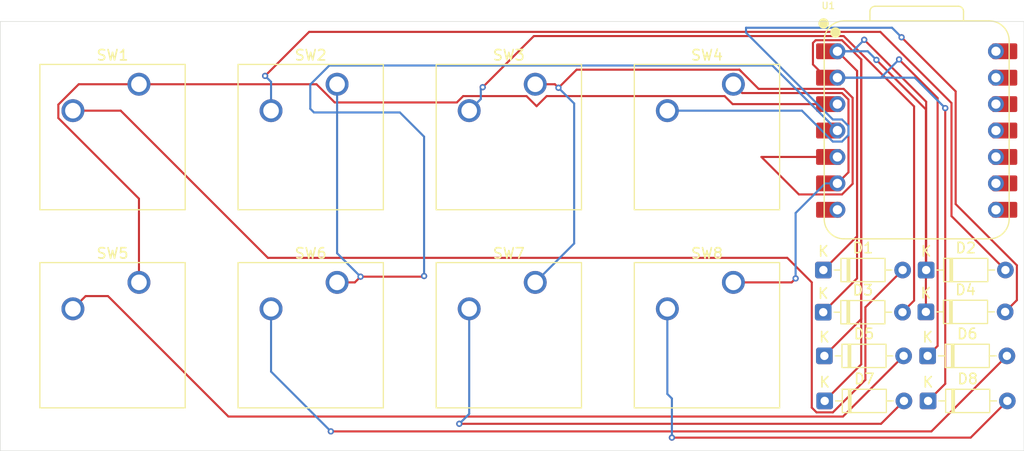
<source format=kicad_pcb>
(kicad_pcb (version 20241229) (generator "pcbnew") (generator_version "9.0")
  (layers (0 "F.Cu" signal) (2 "B.Cu" signal) (13 "F.Paste" user) (15 "B.Paste" user) (5 "F.SilkS" user "F.Silkscreen") (7 "B.SilkS" user "B.Silkscreen") (1 "F.Mask" user) (3 "B.Mask" user) (25 "Edge.Cuts" user))
  (net 0 "")
  (net 1 "Net-(D1-K)")
  (net 2 "Net-(D2-A)")
  (net 3 "Net-(D3-A)")
  (net 4 "Net-(D4-A)")
  (net 5 "Net-(D5-K)")
  (net 6 "Net-(D8-A)")
  (net 7 "Net-(U1-GPIO29{slash}ADC3{slash}A3)")
  (net 8 "Net-(U1-GPIO6{slash}SDA)")
  (net 9 "Net-(U1-GPIO7{slash}SCL)")
  (net 10 "Net-(D5-A)")
  (net 11 "Net-(D6-A)")
  (net 12 "Net-(D7-A)")
  (net 13 "Net-(U1-GPIO28{slash}ADC2{slash}A2)")
  (net 14 "Net-(D1-A)")
  (net 21 "GND")
  (footprint "OPL:XIAO-RP2040-DIP" (layer "F.Cu") (at 183.753288 68.094145)
    (property "Reference" "U1" (at -8.5 -12 0) (layer "F.SilkS") (effects (font (size 0.635 0.635) (thickness 0.1016))))
    (property "Value" "XIAO-RP2040-DIP")
    (fp_line (start -8.89 8.509) (end -8.89 -8.636) (stroke (width 0.127)) (layer "F.SilkS") (net 10))
    (fp_line (start -6.985 10.414) (end 6.985 10.414) (stroke (width 0.127)) (layer "F.SilkS") (net 10))
    (fp_line (start -4.495 -10.541) (end -4.491272 -11.451272) (stroke (width 0.127)) (layer "F.SilkS") (net 10))
    (fp_line (start -3.991272 -11.951) (end 4.004 -11.951) (stroke (width 0.127)) (layer "F.SilkS") (net 10))
    (fp_line (start 4.504 -11.451) (end 4.504 -10.541) (stroke (width 0.127)) (layer "F.SilkS") (net 10))
    (fp_line (start 6.985 -10.541) (end -6.985 -10.541) (stroke (width 0.1)) (layer "F.SilkS") (net 10))
    (fp_line (start 6.985 -10.541) (end -6.985 -10.541) (stroke (width 0.127)) (layer "F.SilkS") (net 10))
    (fp_line (start 8.89 8.509) (end 8.89 -8.636) (stroke (width 0.127)) (layer "F.SilkS") (net 10))
    (fp_arc (start -8.89 -8.636) (mid -8.332038 -9.983038) (end -6.985 -10.541) (stroke (width 0.127)) (layer "F.SilkS") (net 10))
    (fp_arc (start -6.985 10.414) (mid -8.332038 9.856038) (end -8.89 8.509) (stroke (width 0.127)) (layer "F.SilkS") (net 10))
    (fp_arc (start -4.491272 -11.451272) (mid -4.344728 -11.80464) (end -3.991272 -11.951) (stroke (width 0.127)) (layer "F.SilkS") (net 10))
    (fp_arc (start 4.004 -11.951) (mid 4.357553 -11.804553) (end 4.504 -11.451) (stroke (width 0.127)) (layer "F.SilkS") (net 10))
    (fp_arc (start 6.985 -10.541) (mid 8.332038 -9.983038) (end 8.89 -8.636) (stroke (width 0.127)) (layer "F.SilkS") (net 10))
    (fp_arc (start 8.89 8.509) (mid 8.332038 9.856038) (end 6.985 10.414) (stroke (width 0.127)) (layer "F.SilkS") (net 10))
    (fp_circle (center -8.95 -10.3) (end -8.95 -10.554) (stroke (width 0.5)) (fill yes) (layer "F.SilkS") (net 10))
    (fp_circle (center -7.807 -9.42) (end -7.807 -9.674) (stroke (width 0.5)) (fill yes) (layer "F.SilkS") (net 10))
    (pad "1" smd roundrect (at -8.455 -7.62 180) (size 2.432 1.524) (layers "F.Cu" "F.Mask") (roundrect_rratio 0.1) (net 1 "Net-(D1-K)"))
    (pad "1" thru_hole circle (at -7.62 -7.62 180) (size 1.524 1.524) (drill 0.889) (layers "*.Cu" "*.Mask") (net 1 "Net-(D1-K)"))
    (pad "2" smd roundrect (at -8.455 -5.08 180) (size 2.432 1.524) (layers "F.Cu" "F.Mask") (roundrect_rratio 0.1) (net 5 "Net-(D5-K)"))
    (pad "2" thru_hole circle (at -7.62 -5.08 180) (size 1.524 1.524) (drill 0.889) (layers "*.Cu" "*.Mask") (net 5 "Net-(D5-K)"))
    (pad "3" smd roundrect (at -8.455 -2.54 180) (size 2.432 1.524) (layers "F.Cu" "F.Mask") (roundrect_rratio 0.1) (net 13 "Net-(U1-GPIO28{slash}ADC2{slash}A2)"))
    (pad "3" thru_hole circle (at -7.62 -2.54 180) (size 1.524 1.524) (drill 0.889) (layers "*.Cu" "*.Mask") (net 13 "Net-(U1-GPIO28{slash}ADC2{slash}A2)"))
    (pad "4" smd roundrect (at -8.455 0 180) (size 2.432 1.524) (layers "F.Cu" "F.Mask") (roundrect_rratio 0.1) (net 7 "Net-(U1-GPIO29{slash}ADC3{slash}A3)"))
    (pad "4" thru_hole circle (at -7.62 0 180) (size 1.524 1.524) (drill 0.889) (layers "*.Cu" "*.Mask") (net 7 "Net-(U1-GPIO29{slash}ADC3{slash}A3)"))
    (pad "5" smd roundrect (at -8.455 2.54 180) (size 2.432 1.524) (layers "F.Cu" "F.Mask") (roundrect_rratio 0.1) (net 8 "Net-(U1-GPIO6{slash}SDA)"))
    (pad "5" thru_hole circle (at -7.62 2.54 180) (size 1.524 1.524) (drill 0.889) (layers "*.Cu" "*.Mask") (net 8 "Net-(U1-GPIO6{slash}SDA)"))
    (pad "6" smd roundrect (at -8.455 5.08 180) (size 2.432 1.524) (layers "F.Cu" "F.Mask") (roundrect_rratio 0.1) (net 9 "Net-(U1-GPIO7{slash}SCL)"))
    (pad "6" thru_hole circle (at -7.62 5.08 180) (size 1.524 1.524) (drill 0.889) (layers "*.Cu" "*.Mask") (net 9 "Net-(U1-GPIO7{slash}SCL)"))
    (pad "7" smd roundrect (at -8.455 7.62 180) (size 2.432 1.524) (layers "F.Cu" "F.Mask") (roundrect_rratio 0.1))
    (pad "7" thru_hole circle (at -7.62 7.62 180) (size 1.524 1.524) (drill 0.889) (layers "*.Cu" "*.Mask"))
    (pad "8" thru_hole circle (at 7.62 7.62) (size 1.524 1.524) (drill 0.889) (layers "*.Cu" "*.Mask"))
    (pad "8" smd roundrect (at 8.455 7.62) (size 2.432 1.524) (layers "F.Cu" "F.Mask") (roundrect_rratio 0.1))
    (pad "9" thru_hole circle (at 7.62 5.08) (size 1.524 1.524) (drill 0.889) (layers "*.Cu" "*.Mask"))
    (pad "9" smd roundrect (at 8.455 5.08) (size 2.432 1.524) (layers "F.Cu" "F.Mask") (roundrect_rratio 0.1))
    (pad "10" thru_hole circle (at 7.62 2.54) (size 1.524 1.524) (drill 0.889) (layers "*.Cu" "*.Mask"))
    (pad "10" smd roundrect (at 8.455 2.54) (size 2.432 1.524) (layers "F.Cu" "F.Mask") (roundrect_rratio 0.1))
    (pad "11" thru_hole circle (at 7.62 0) (size 1.524 1.524) (drill 0.889) (layers "*.Cu" "*.Mask"))
    (pad "11" smd roundrect (at 8.455 0) (size 2.432 1.524) (layers "F.Cu" "F.Mask") (roundrect_rratio 0.1))
    (pad "12" thru_hole circle (at 7.62 -2.54) (size 1.524 1.524) (drill 0.889) (layers "*.Cu" "*.Mask"))
    (pad "12" smd roundrect (at 8.455 -2.54) (size 2.432 1.524) (layers "F.Cu" "F.Mask") (roundrect_rratio 0.1))
    (pad "13" thru_hole circle (at 7.62 -5.08) (size 1.524 1.524) (drill 0.889) (layers "*.Cu" "*.Mask") (net 21 "GND"))
    (pad "13" smd roundrect (at 8.455 -5.08) (size 2.432 1.524) (layers "F.Cu" "F.Mask") (roundrect_rratio 0.1) (net 21 "GND"))
    (pad "14" thru_hole circle (at 7.62 -7.62) (size 1.524 1.524) (drill 0.889) (layers "*.Cu" "*.Mask"))
    (pad "14" smd roundrect (at 8.455 -7.62) (size 2.432 1.524) (layers "F.Cu" "F.Mask") (roundrect_rratio 0.1))
  )
  (footprint "Button_Switch_Keyboard:SW_Cherry_MX_1.00u_PCB" (layer "F.Cu") (at 108.982038 82.694145)
    (property "Reference" "SW5" (at -2.54 -2.794 0) (layer "F.SilkS"))
    (property "Value" "SW_Push")
    (fp_line (start -9.525 -1.905) (end 4.445 -1.905) (stroke (width 0.12)) (layer "F.SilkS") (net 10))
    (fp_line (start -9.525 12.065) (end -9.525 -1.905) (stroke (width 0.12)) (layer "F.SilkS") (net 10))
    (fp_line (start 4.445 -1.905) (end 4.445 12.065) (stroke (width 0.12)) (layer "F.SilkS") (net 10))
    (fp_line (start 4.445 12.065) (end -9.525 12.065) (stroke (width 0.12)) (layer "F.SilkS") (net 10))
    (pad "" np_thru_hole circle (at -7.62 5.08) (size 1.7 1.7) (drill 1.7) (layers "*.Cu" "*.Mask"))
    (pad "" np_thru_hole circle (at -2.54 5.08) (size 4 4) (drill 4) (layers "*.Cu" "*.Mask"))
    (pad "" np_thru_hole circle (at 2.54 5.08) (size 1.7 1.7) (drill 1.7) (layers "*.Cu" "*.Mask"))
    (pad "1" thru_hole circle (at 0 0) (size 2.2 2.2) (drill 1.5) (layers "*.Cu" "*.Mask") (net 13 "Net-(U1-GPIO28{slash}ADC2{slash}A2)"))
    (pad "2" thru_hole circle (at -6.35 2.54) (size 2.2 2.2) (drill 1.5) (layers "*.Cu" "*.Mask") (net 10 "Net-(D5-A)"))
  )
  (footprint "Diode_THT:D_DO-35_SOD27_P7.62mm_Horizontal" (layer "F.Cu") (at 174.91 94.09)
    (property "Reference" "D7" (at 3.81 -2.12 0) (layer "F.SilkS"))
    (property "Value" "D")
    (fp_line (start 1.04 0) (end 1.69 0) (stroke (width 0.12)) (layer "F.SilkS"))
    (fp_line (start 2.29 -1.12) (end 2.29 1.12) (stroke (width 0.12)) (layer "F.SilkS"))
    (fp_line (start 2.41 -1.12) (end 2.41 1.12) (stroke (width 0.12)) (layer "F.SilkS"))
    (fp_line (start 2.53 -1.12) (end 2.53 1.12) (stroke (width 0.12)) (layer "F.SilkS"))
    (fp_line (start 6.58 0) (end 5.93 0) (stroke (width 0.12)) (layer "F.SilkS"))
    (fp_rect (start 1.69 -1.12) (end 5.93 1.12) (stroke (width 0.12)) (fill no) (layer "F.SilkS"))
    (fp_text user "K" (at 0 -1.8 0) (layer "F.SilkS"))
    (pad "1" thru_hole roundrect (at 0 0) (size 1.6 1.6) (drill 0.8) (layers "*.Cu" "*.Mask") (roundrect_rratio 0.15625) (net 5 "Net-(D5-K)"))
    (pad "2" thru_hole circle (at 7.62 0) (size 1.6 1.6) (drill 0.8) (layers "*.Cu" "*.Mask") (net 12 "Net-(D7-A)"))
  )
  (footprint "Diode_THT:D_DO-35_SOD27_P7.62mm_Horizontal" (layer "F.Cu") (at 174.88 89.76)
    (property "Reference" "D5" (at 3.81 -2.12 0) (layer "F.SilkS"))
    (property "Value" "D")
    (fp_line (start 1.04 0) (end 1.69 0) (stroke (width 0.12)) (layer "F.SilkS"))
    (fp_line (start 2.29 -1.12) (end 2.29 1.12) (stroke (width 0.12)) (layer "F.SilkS"))
    (fp_line (start 2.41 -1.12) (end 2.41 1.12) (stroke (width 0.12)) (layer "F.SilkS"))
    (fp_line (start 2.53 -1.12) (end 2.53 1.12) (stroke (width 0.12)) (layer "F.SilkS"))
    (fp_line (start 6.58 0) (end 5.93 0) (stroke (width 0.12)) (layer "F.SilkS"))
    (fp_rect (start 1.69 -1.12) (end 5.93 1.12) (stroke (width 0.12)) (fill no) (layer "F.SilkS"))
    (fp_text user "K" (at 0 -1.8 0) (layer "F.SilkS"))
    (pad "1" thru_hole roundrect (at 0 0) (size 1.6 1.6) (drill 0.8) (layers "*.Cu" "*.Mask") (roundrect_rratio 0.15625) (net 5 "Net-(D5-K)"))
    (pad "2" thru_hole circle (at 7.62 0) (size 1.6 1.6) (drill 0.8) (layers "*.Cu" "*.Mask") (net 10 "Net-(D5-A)"))
  )
  (footprint "Button_Switch_Keyboard:SW_Cherry_MX_1.00u_PCB" (layer "F.Cu") (at 166.132038 82.694145)
    (property "Reference" "SW8" (at -2.54 -2.794 0) (layer "F.SilkS"))
    (property "Value" "SW_Push")
    (fp_line (start -9.525 -1.905) (end 4.445 -1.905) (stroke (width 0.12)) (layer "F.SilkS") (net 10))
    (fp_line (start -9.525 12.065) (end -9.525 -1.905) (stroke (width 0.12)) (layer "F.SilkS") (net 10))
    (fp_line (start 4.445 -1.905) (end 4.445 12.065) (stroke (width 0.12)) (layer "F.SilkS") (net 10))
    (fp_line (start 4.445 12.065) (end -9.525 12.065) (stroke (width 0.12)) (layer "F.SilkS") (net 10))
    (pad "" np_thru_hole circle (at -7.62 5.08) (size 1.7 1.7) (drill 1.7) (layers "*.Cu" "*.Mask"))
    (pad "" np_thru_hole circle (at -2.54 5.08) (size 4 4) (drill 4) (layers "*.Cu" "*.Mask"))
    (pad "" np_thru_hole circle (at 2.54 5.08) (size 1.7 1.7) (drill 1.7) (layers "*.Cu" "*.Mask"))
    (pad "1" thru_hole circle (at 0 0) (size 2.2 2.2) (drill 1.5) (layers "*.Cu" "*.Mask") (net 9 "Net-(U1-GPIO7{slash}SCL)"))
    (pad "2" thru_hole circle (at -6.35 2.54) (size 2.2 2.2) (drill 1.5) (layers "*.Cu" "*.Mask") (net 6 "Net-(D8-A)"))
  )
  (footprint "Button_Switch_Keyboard:SW_Cherry_MX_1.00u_PCB" (layer "F.Cu") (at 147.082038 82.694145)
    (property "Reference" "SW7" (at -2.54 -2.794 0) (layer "F.SilkS"))
    (property "Value" "SW_Push")
    (fp_line (start -9.525 -1.905) (end 4.445 -1.905) (stroke (width 0.12)) (layer "F.SilkS") (net 10))
    (fp_line (start -9.525 12.065) (end -9.525 -1.905) (stroke (width 0.12)) (layer "F.SilkS") (net 10))
    (fp_line (start 4.445 -1.905) (end 4.445 12.065) (stroke (width 0.12)) (layer "F.SilkS") (net 10))
    (fp_line (start 4.445 12.065) (end -9.525 12.065) (stroke (width 0.12)) (layer "F.SilkS") (net 10))
    (pad "" np_thru_hole circle (at -7.62 5.08) (size 1.7 1.7) (drill 1.7) (layers "*.Cu" "*.Mask"))
    (pad "" np_thru_hole circle (at -2.54 5.08) (size 4 4) (drill 4) (layers "*.Cu" "*.Mask"))
    (pad "" np_thru_hole circle (at 2.54 5.08) (size 1.7 1.7) (drill 1.7) (layers "*.Cu" "*.Mask"))
    (pad "1" thru_hole circle (at 0 0) (size 2.2 2.2) (drill 1.5) (layers "*.Cu" "*.Mask") (net 8 "Net-(U1-GPIO6{slash}SDA)"))
    (pad "2" thru_hole circle (at -6.35 2.54) (size 2.2 2.2) (drill 1.5) (layers "*.Cu" "*.Mask") (net 12 "Net-(D7-A)"))
  )
  (footprint "Diode_THT:D_DO-35_SOD27_P7.62mm_Horizontal" (layer "F.Cu") (at 184.666099 81.506568)
    (property "Reference" "D2" (at 3.81 -2.12 0) (layer "F.SilkS"))
    (property "Value" "D")
    (fp_line (start 1.04 0) (end 1.69 0) (stroke (width 0.12)) (layer "F.SilkS"))
    (fp_line (start 2.29 -1.12) (end 2.29 1.12) (stroke (width 0.12)) (layer "F.SilkS"))
    (fp_line (start 2.41 -1.12) (end 2.41 1.12) (stroke (width 0.12)) (layer "F.SilkS"))
    (fp_line (start 2.53 -1.12) (end 2.53 1.12) (stroke (width 0.12)) (layer "F.SilkS"))
    (fp_line (start 6.58 0) (end 5.93 0) (stroke (width 0.12)) (layer "F.SilkS"))
    (fp_rect (start 1.69 -1.12) (end 5.93 1.12) (stroke (width 0.12)) (fill no) (layer "F.SilkS"))
    (fp_text user "K" (at 0 -1.8 0) (layer "F.SilkS"))
    (pad "1" thru_hole roundrect (at 0 0) (size 1.6 1.6) (drill 0.8) (layers "*.Cu" "*.Mask") (roundrect_rratio 0.15625) (net 1 "Net-(D1-K)"))
    (pad "2" thru_hole circle (at 7.62 0) (size 1.6 1.6) (drill 0.8) (layers "*.Cu" "*.Mask") (net 2 "Net-(D2-A)"))
  )
  (footprint "Diode_THT:D_DO-35_SOD27_P7.62mm_Horizontal" (layer "F.Cu") (at 184.81 89.76)
    (property "Reference" "D6" (at 3.81 -2.12 0) (layer "F.SilkS"))
    (property "Value" "D")
    (fp_line (start 1.04 0) (end 1.69 0) (stroke (width 0.12)) (layer "F.SilkS"))
    (fp_line (start 2.29 -1.12) (end 2.29 1.12) (stroke (width 0.12)) (layer "F.SilkS"))
    (fp_line (start 2.41 -1.12) (end 2.41 1.12) (stroke (width 0.12)) (layer "F.SilkS"))
    (fp_line (start 2.53 -1.12) (end 2.53 1.12) (stroke (width 0.12)) (layer "F.SilkS"))
    (fp_line (start 6.58 0) (end 5.93 0) (stroke (width 0.12)) (layer "F.SilkS"))
    (fp_rect (start 1.69 -1.12) (end 5.93 1.12) (stroke (width 0.12)) (fill no) (layer "F.SilkS"))
    (fp_text user "K" (at 0 -1.8 0) (layer "F.SilkS"))
    (pad "1" thru_hole roundrect (at 0 0) (size 1.6 1.6) (drill 0.8) (layers "*.Cu" "*.Mask") (roundrect_rratio 0.15625) (net 5 "Net-(D5-K)"))
    (pad "2" thru_hole circle (at 7.62 0) (size 1.6 1.6) (drill 0.8) (layers "*.Cu" "*.Mask") (net 11 "Net-(D6-A)"))
  )
  (footprint "Diode_THT:D_DO-35_SOD27_P7.62mm_Horizontal" (layer "F.Cu") (at 184.85 94.09)
    (property "Reference" "D8" (at 3.81 -2.12 0) (layer "F.SilkS"))
    (property "Value" "D")
    (fp_line (start 1.04 0) (end 1.69 0) (stroke (width 0.12)) (layer "F.SilkS"))
    (fp_line (start 2.29 -1.12) (end 2.29 1.12) (stroke (width 0.12)) (layer "F.SilkS"))
    (fp_line (start 2.41 -1.12) (end 2.41 1.12) (stroke (width 0.12)) (layer "F.SilkS"))
    (fp_line (start 2.53 -1.12) (end 2.53 1.12) (stroke (width 0.12)) (layer "F.SilkS"))
    (fp_line (start 6.58 0) (end 5.93 0) (stroke (width 0.12)) (layer "F.SilkS"))
    (fp_rect (start 1.69 -1.12) (end 5.93 1.12) (stroke (width 0.12)) (fill no) (layer "F.SilkS"))
    (fp_text user "K" (at 0 -1.8 0) (layer "F.SilkS"))
    (pad "1" thru_hole roundrect (at 0 0) (size 1.6 1.6) (drill 0.8) (layers "*.Cu" "*.Mask") (roundrect_rratio 0.15625) (net 5 "Net-(D5-K)"))
    (pad "2" thru_hole circle (at 7.62 0) (size 1.6 1.6) (drill 0.8) (layers "*.Cu" "*.Mask") (net 6 "Net-(D8-A)"))
  )
  (footprint "Diode_THT:D_DO-35_SOD27_P7.62mm_Horizontal" (layer "F.Cu") (at 174.77 85.56)
    (property "Reference" "D3" (at 3.81 -2.12 0) (layer "F.SilkS"))
    (property "Value" "D")
    (fp_line (start 1.04 0) (end 1.69 0) (stroke (width 0.12)) (layer "F.SilkS"))
    (fp_line (start 2.29 -1.12) (end 2.29 1.12) (stroke (width 0.12)) (layer "F.SilkS"))
    (fp_line (start 2.41 -1.12) (end 2.41 1.12) (stroke (width 0.12)) (layer "F.SilkS"))
    (fp_line (start 2.53 -1.12) (end 2.53 1.12) (stroke (width 0.12)) (layer "F.SilkS"))
    (fp_line (start 6.58 0) (end 5.93 0) (stroke (width 0.12)) (layer "F.SilkS"))
    (fp_rect (start 1.69 -1.12) (end 5.93 1.12) (stroke (width 0.12)) (fill no) (layer "F.SilkS"))
    (fp_text user "K" (at 0 -1.8 0) (layer "F.SilkS"))
    (pad "1" thru_hole roundrect (at 0 0) (size 1.6 1.6) (drill 0.8) (layers "*.Cu" "*.Mask") (roundrect_rratio 0.15625) (net 1 "Net-(D1-K)"))
    (pad "2" thru_hole circle (at 7.62 0) (size 1.6 1.6) (drill 0.8) (layers "*.Cu" "*.Mask") (net 3 "Net-(D3-A)"))
  )
  (footprint "Diode_THT:D_DO-35_SOD27_P7.62mm_Horizontal" (layer "F.Cu") (at 184.64 85.53)
    (property "Reference" "D4" (at 3.81 -2.12 0) (layer "F.SilkS"))
    (property "Value" "D")
    (fp_line (start 1.04 0) (end 1.69 0) (stroke (width 0.12)) (layer "F.SilkS"))
    (fp_line (start 2.29 -1.12) (end 2.29 1.12) (stroke (width 0.12)) (layer "F.SilkS"))
    (fp_line (start 2.41 -1.12) (end 2.41 1.12) (stroke (width 0.12)) (layer "F.SilkS"))
    (fp_line (start 2.53 -1.12) (end 2.53 1.12) (stroke (width 0.12)) (layer "F.SilkS"))
    (fp_line (start 6.58 0) (end 5.93 0) (stroke (width 0.12)) (layer "F.SilkS"))
    (fp_rect (start 1.69 -1.12) (end 5.93 1.12) (stroke (width 0.12)) (fill no) (layer "F.SilkS"))
    (fp_text user "K" (at 0 -1.8 0) (layer "F.SilkS"))
    (pad "1" thru_hole roundrect (at 0 0) (size 1.6 1.6) (drill 0.8) (layers "*.Cu" "*.Mask") (roundrect_rratio 0.15625) (net 1 "Net-(D1-K)"))
    (pad "2" thru_hole circle (at 7.62 0) (size 1.6 1.6) (drill 0.8) (layers "*.Cu" "*.Mask") (net 4 "Net-(D4-A)"))
  )
  (footprint "Button_Switch_Keyboard:SW_Cherry_MX_1.00u_PCB" (layer "F.Cu") (at 147.082038 63.644145)
    (property "Reference" "SW3" (at -2.54 -2.794 0) (layer "F.SilkS"))
    (property "Value" "SW_Push")
    (fp_line (start -9.525 -1.905) (end 4.445 -1.905) (stroke (width 0.12)) (layer "F.SilkS") (net 10))
    (fp_line (start -9.525 12.065) (end -9.525 -1.905) (stroke (width 0.12)) (layer "F.SilkS") (net 10))
    (fp_line (start 4.445 -1.905) (end 4.445 12.065) (stroke (width 0.12)) (layer "F.SilkS") (net 10))
    (fp_line (start 4.445 12.065) (end -9.525 12.065) (stroke (width 0.12)) (layer "F.SilkS") (net 10))
    (pad "" np_thru_hole circle (at -7.62 5.08) (size 1.7 1.7) (drill 1.7) (layers "*.Cu" "*.Mask"))
    (pad "" np_thru_hole circle (at -2.54 5.08) (size 4 4) (drill 4) (layers "*.Cu" "*.Mask"))
    (pad "" np_thru_hole circle (at 2.54 5.08) (size 1.7 1.7) (drill 1.7) (layers "*.Cu" "*.Mask"))
    (pad "1" thru_hole circle (at 0 0) (size 2.2 2.2) (drill 1.5) (layers "*.Cu" "*.Mask") (net 8 "Net-(U1-GPIO6{slash}SDA)"))
    (pad "2" thru_hole circle (at -6.35 2.54) (size 2.2 2.2) (drill 1.5) (layers "*.Cu" "*.Mask") (net 3 "Net-(D3-A)"))
  )
  (footprint "Button_Switch_Keyboard:SW_Cherry_MX_1.00u_PCB" (layer "F.Cu") (at 166.132038 63.644145)
    (property "Reference" "SW4" (at -2.54 -2.794 0) (layer "F.SilkS"))
    (property "Value" "SW_Push")
    (fp_line (start -9.525 -1.905) (end 4.445 -1.905) (stroke (width 0.12)) (layer "F.SilkS") (net 10))
    (fp_line (start -9.525 12.065) (end -9.525 -1.905) (stroke (width 0.12)) (layer "F.SilkS") (net 10))
    (fp_line (start 4.445 -1.905) (end 4.445 12.065) (stroke (width 0.12)) (layer "F.SilkS") (net 10))
    (fp_line (start 4.445 12.065) (end -9.525 12.065) (stroke (width 0.12)) (layer "F.SilkS") (net 10))
    (pad "" np_thru_hole circle (at -7.62 5.08) (size 1.7 1.7) (drill 1.7) (layers "*.Cu" "*.Mask"))
    (pad "" np_thru_hole circle (at -2.54 5.08) (size 4 4) (drill 4) (layers "*.Cu" "*.Mask"))
    (pad "" np_thru_hole circle (at 2.54 5.08) (size 1.7 1.7) (drill 1.7) (layers "*.Cu" "*.Mask"))
    (pad "1" thru_hole circle (at 0 0) (size 2.2 2.2) (drill 1.5) (layers "*.Cu" "*.Mask") (net 9 "Net-(U1-GPIO7{slash}SCL)"))
    (pad "2" thru_hole circle (at -6.35 2.54) (size 2.2 2.2) (drill 1.5) (layers "*.Cu" "*.Mask") (net 4 "Net-(D4-A)"))
  )
  (footprint "Button_Switch_Keyboard:SW_Cherry_MX_1.00u_PCB" (layer "F.Cu") (at 128.032038 82.694145)
    (property "Reference" "SW6" (at -2.54 -2.794 0) (layer "F.SilkS"))
    (property "Value" "SW_Push")
    (fp_line (start -9.525 -1.905) (end 4.445 -1.905) (stroke (width 0.12)) (layer "F.SilkS") (net 10))
    (fp_line (start -9.525 12.065) (end -9.525 -1.905) (stroke (width 0.12)) (layer "F.SilkS") (net 10))
    (fp_line (start 4.445 -1.905) (end 4.445 12.065) (stroke (width 0.12)) (layer "F.SilkS") (net 10))
    (fp_line (start 4.445 12.065) (end -9.525 12.065) (stroke (width 0.12)) (layer "F.SilkS") (net 10))
    (pad "" np_thru_hole circle (at -7.62 5.08) (size 1.7 1.7) (drill 1.7) (layers "*.Cu" "*.Mask"))
    (pad "" np_thru_hole circle (at -2.54 5.08) (size 4 4) (drill 4) (layers "*.Cu" "*.Mask"))
    (pad "" np_thru_hole circle (at 2.54 5.08) (size 1.7 1.7) (drill 1.7) (layers "*.Cu" "*.Mask"))
    (pad "1" thru_hole circle (at 0 0) (size 2.2 2.2) (drill 1.5) (layers "*.Cu" "*.Mask") (net 7 "Net-(U1-GPIO29{slash}ADC3{slash}A3)"))
    (pad "2" thru_hole circle (at -6.35 2.54) (size 2.2 2.2) (drill 1.5) (layers "*.Cu" "*.Mask") (net 11 "Net-(D6-A)"))
  )
  (footprint "Button_Switch_Keyboard:SW_Cherry_MX_1.00u_PCB" (layer "F.Cu") (at 108.982038 63.644145)
    (property "Reference" "SW1" (at -2.54 -2.794 0) (layer "F.SilkS"))
    (property "Value" "SW_Push")
    (fp_line (start -9.525 -1.905) (end 4.445 -1.905) (stroke (width 0.12)) (layer "F.SilkS") (net 10))
    (fp_line (start -9.525 12.065) (end -9.525 -1.905) (stroke (width 0.12)) (layer "F.SilkS") (net 10))
    (fp_line (start 4.445 -1.905) (end 4.445 12.065) (stroke (width 0.12)) (layer "F.SilkS") (net 10))
    (fp_line (start 4.445 12.065) (end -9.525 12.065) (stroke (width 0.12)) (layer "F.SilkS") (net 10))
    (pad "" np_thru_hole circle (at -7.62 5.08) (size 1.7 1.7) (drill 1.7) (layers "*.Cu" "*.Mask"))
    (pad "" np_thru_hole circle (at -2.54 5.08) (size 4 4) (drill 4) (layers "*.Cu" "*.Mask"))
    (pad "" np_thru_hole circle (at 2.54 5.08) (size 1.7 1.7) (drill 1.7) (layers "*.Cu" "*.Mask"))
    (pad "1" thru_hole circle (at 0 0) (size 2.2 2.2) (drill 1.5) (layers "*.Cu" "*.Mask") (net 13 "Net-(U1-GPIO28{slash}ADC2{slash}A2)"))
    (pad "2" thru_hole circle (at -6.35 2.54) (size 2.2 2.2) (drill 1.5) (layers "*.Cu" "*.Mask") (net 14 "Net-(D1-A)"))
  )
  (footprint "Button_Switch_Keyboard:SW_Cherry_MX_1.00u_PCB" (layer "F.Cu") (at 128.032038 63.644145)
    (property "Reference" "SW2" (at -2.54 -2.794 0) (layer "F.SilkS"))
    (property "Value" "SW_Push")
    (fp_line (start -9.525 -1.905) (end 4.445 -1.905) (stroke (width 0.12)) (layer "F.SilkS") (net 10))
    (fp_line (start -9.525 12.065) (end -9.525 -1.905) (stroke (width 0.12)) (layer "F.SilkS") (net 10))
    (fp_line (start 4.445 -1.905) (end 4.445 12.065) (stroke (width 0.12)) (layer "F.SilkS") (net 10))
    (fp_line (start 4.445 12.065) (end -9.525 12.065) (stroke (width 0.12)) (layer "F.SilkS") (net 10))
    (pad "" np_thru_hole circle (at -7.62 5.08) (size 1.7 1.7) (drill 1.7) (layers "*.Cu" "*.Mask"))
    (pad "" np_thru_hole circle (at -2.54 5.08) (size 4 4) (drill 4) (layers "*.Cu" "*.Mask"))
    (pad "" np_thru_hole circle (at 2.54 5.08) (size 1.7 1.7) (drill 1.7) (layers "*.Cu" "*.Mask"))
    (pad "1" thru_hole circle (at 0 0) (size 2.2 2.2) (drill 1.5) (layers "*.Cu" "*.Mask") (net 7 "Net-(U1-GPIO29{slash}ADC3{slash}A3)"))
    (pad "2" thru_hole circle (at -6.35 2.54) (size 2.2 2.2) (drill 1.5) (layers "*.Cu" "*.Mask") (net 2 "Net-(D2-A)"))
  )
  (footprint "Diode_THT:D_DO-35_SOD27_P7.62mm_Horizontal" (layer "F.Cu") (at 174.7839 81.506568)
    (property "Reference" "D1" (at 3.81 -2.12 0) (layer "F.SilkS"))
    (property "Value" "D")
    (fp_line (start 1.04 0) (end 1.69 0) (stroke (width 0.12)) (layer "F.SilkS"))
    (fp_line (start 2.29 -1.12) (end 2.29 1.12) (stroke (width 0.12)) (layer "F.SilkS"))
    (fp_line (start 2.41 -1.12) (end 2.41 1.12) (stroke (width 0.12)) (layer "F.SilkS"))
    (fp_line (start 2.53 -1.12) (end 2.53 1.12) (stroke (width 0.12)) (layer "F.SilkS"))
    (fp_line (start 6.58 0) (end 5.93 0) (stroke (width 0.12)) (layer "F.SilkS"))
    (fp_rect (start 1.69 -1.12) (end 5.93 1.12) (stroke (width 0.12)) (fill no) (layer "F.SilkS"))
    (fp_text user "K" (at 0 -1.8 0) (layer "F.SilkS"))
    (pad "1" thru_hole roundrect (at 0 0) (size 1.6 1.6) (drill 0.8) (layers "*.Cu" "*.Mask") (roundrect_rratio 0.15625) (net 1 "Net-(D1-K)"))
    (pad "2" thru_hole circle (at 7.62 0) (size 1.6 1.6) (drill 0.8) (layers "*.Cu" "*.Mask") (net 14 "Net-(D1-A)"))
  )
  (gr_rect (start 95.647038 57.611645) (end 194.072038 98.886645) (stroke (width 0.05)) (fill no) (layer "Edge.Cuts"))
  (segment (start 178.021538 78.26893) (end 178.021538 62.362395) (width 0.2) (layer "F.Cu") (net 1))
  (segment (start 178.021538 82.308462) (end 178.021538 62.362395) (width 0.2) (layer "F.Cu") (net 1))
  (segment (start 174.7839 81.506568) (end 178.021538 78.26893) (width 0.2) (layer "F.Cu") (net 1))
  (segment (start 184.64 85.53) (end 184.64 66.061918) (width 0.2) (layer "F.Cu") (net 1))
  (segment (start 184.666099 81.506568) (end 184.666099 65.326099) (width 0.2) (layer "F.Cu") (net 1))
  (segment (start 184.666099 65.326099) (end 178.71 59.37) (width 0.2) (layer "F.Cu") (net 1))
  (segment (start 174.77 85.56) (end 178.021538 82.308462) (width 0.2) (layer "F.Cu") (net 1))
  (segment (start 178.021538 62.362395) (end 176.133288 60.474145) (width 0.2) (layer "F.Cu") (net 1))
  (segment (start 184.64 66.061918) (end 179.884041 61.305959) (width 0.2) (layer "F.Cu") (net 1))
  (via (at 179.884041 61.305959) (size 0.6) (drill 0.3) (layers "F.Cu" "B.Cu") (net 1))
  (via (at 178.71 59.37) (size 0.6) (drill 0.3) (layers "F.Cu" "B.Cu") (net 1))
  (segment (start 177.605855 60.474145) (end 176.133288 60.474145) (width 0.2) (layer "B.Cu") (net 1))
  (segment (start 179.884041 61.305959) (end 179.052227 60.474145) (width 0.2) (layer "B.Cu") (net 1))
  (segment (start 178.71 59.37) (end 177.605855 60.474145) (width 0.2) (layer "B.Cu") (net 1))
  (segment (start 179.052227 60.474145) (end 176.133288 60.474145) (width 0.2) (layer "B.Cu") (net 1))
  (segment (start 187.101 65.451057) (end 180.259088 58.609145) (width 0.2) (layer "F.Cu") (net 2))
  (segment (start 125.340855 58.609145) (end 121.11 62.84) (width 0.2) (layer "F.Cu") (net 2))
  (segment (start 192.286099 81.506568) (end 187.101 76.321469) (width 0.2) (layer "F.Cu") (net 2))
  (segment (start 187.101 76.321469) (end 187.101 65.451057) (width 0.2) (layer "F.Cu") (net 2))
  (segment (start 180.259088 58.609145) (end 125.340855 58.609145) (width 0.2) (layer "F.Cu") (net 2))
  (segment (start 121.682038 66.184145) (end 122.112038 65.754145) (width 0.2) (layer "F.Cu") (net 2))
  (via (at 121.11 62.84) (size 0.6) (drill 0.3) (layers "F.Cu" "B.Cu") (net 2))
  (segment (start 121.682038 63.412038) (end 121.682038 66.184145) (width 0.2) (layer "B.Cu") (net 2))
  (segment (start 121.11 62.84) (end 121.682038 63.412038) (width 0.2) (layer "B.Cu") (net 2))
  (segment (start 182.39 85.56) (end 183.5049 84.4451) (width 0.2) (layer "F.Cu") (net 3))
  (segment (start 176.739698 59.010145) (end 146.949855 59.010145) (width 0.2) (layer "F.Cu") (net 3))
  (segment (start 183.5049 65.775347) (end 176.739698 59.010145) (width 0.2) (layer "F.Cu") (net 3))
  (segment (start 183.5049 84.4451) (end 183.5049 65.775347) (width 0.2) (layer "F.Cu") (net 3))
  (segment (start 140.303568 66.184145) (end 140.732038 66.184145) (width 0.2) (layer "F.Cu") (net 3))
  (segment (start 146.949855 59.010145) (end 142.03 63.93) (width 0.2) (layer "F.Cu") (net 3))
  (via (at 142.03 63.93) (size 0.6) (drill 0.3) (layers "F.Cu" "B.Cu") (net 3))
  (segment (start 141.85 64.11) (end 141.85 65.066183) (width 0.2) (layer "B.Cu") (net 3))
  (segment (start 141.85 65.066183) (end 140.732038 66.184145) (width 0.2) (layer "B.Cu") (net 3))
  (segment (start 142.03 63.93) (end 141.85 64.11) (width 0.2) (layer "B.Cu") (net 3))
  (segment (start 192.26 85.53) (end 193.387099 84.402901) (width 0.2) (layer "F.Cu") (net 4))
  (segment (start 187.502 75.165419) (end 187.502 64.332) (width 0.2) (layer "F.Cu") (net 4))
  (segment (start 187.502 64.332) (end 182.3 59.13) (width 0.2) (layer "F.Cu") (net 4))
  (segment (start 193.387099 84.402901) (end 193.387099 81.050518) (width 0.2) (layer "F.Cu") (net 4))
  (segment (start 193.387099 81.050518) (end 187.502 75.165419) (width 0.2) (layer "F.Cu") (net 4))
  (via (at 182.3 59.13) (size 0.6) (drill 0.3) (layers "F.Cu" "B.Cu") (net 4))
  (segment (start 177.196288 67.653835) (end 177.196288 68.534455) (width 0.2) (layer "B.Cu") (net 4))
  (segment (start 176.573598 69.157145) (end 175.692978 69.157145) (width 0.2) (layer "B.Cu") (net 4))
  (segment (start 181.382645 58.212645) (end 167.347355 58.212645) (width 0.2) (layer "B.Cu") (net 4))
  (segment (start 167.347355 58.212645) (end 167.347355 58.685522) (width 0.2) (layer "B.Cu") (net 4))
  (segment (start 167.347355 58.685522) (end 175.692978 67.031145) (width 0.2) (layer "B.Cu") (net 4))
  (segment (start 175.692978 67.031145) (end 176.573598 67.031145) (width 0.2) (layer "B.Cu") (net 4))
  (segment (start 182.3 59.13) (end 181.382645 58.212645) (width 0.2) (layer "B.Cu") (net 4))
  (segment (start 176.573598 67.031145) (end 177.196288 67.653835) (width 0.2) (layer "B.Cu") (net 4))
  (segment (start 172.719978 66.184145) (end 159.782038 66.184145) (width 0.2) (layer "B.Cu") (net 4))
  (segment (start 175.692978 69.157145) (end 172.719978 66.184145) (width 0.2) (layer "B.Cu") (net 4))
  (segment (start 177.196288 68.534455) (end 176.573598 69.157145) (width 0.2) (layer "B.Cu") (net 4))
  (segment (start 174.88 89.76) (end 178.422538 86.217462) (width 0.2) (layer "F.Cu") (net 5))
  (segment (start 185.767099 64.967099) (end 182.06 61.26) (width 0.2) (layer "F.Cu") (net 5))
  (segment (start 178.422538 86.217462) (end 178.422538 61.260085) (width 0.2) (layer "F.Cu") (net 5))
  (segment (start 186.5 92.44) (end 186.5 65.94) (width 0.2) (layer "F.Cu") (net 5))
  (segment (start 184.85 94.09) (end 186.5 92.44) (width 0.2) (layer "F.Cu") (net 5))
  (segment (start 184.81 89.76) (end 185.767099 88.802901) (width 0.2) (layer "F.Cu") (net 5))
  (segment (start 174.91 94.09) (end 178.422538 90.577462) (width 0.2) (layer "F.Cu") (net 5))
  (segment (start 173.781288 61.739775) (end 175.055658 63.014145) (width 0.2) (layer "F.Cu") (net 5))
  (segment (start 175.055658 63.014145) (end 176.133288 63.014145) (width 0.2) (layer "F.Cu") (net 5))
  (segment (start 185.767099 88.802901) (end 185.767099 64.967099) (width 0.2) (layer "F.Cu") (net 5))
  (segment (start 178.422538 90.577462) (end 178.422538 61.260085) (width 0.2) (layer "F.Cu") (net 5))
  (segment (start 178.422538 61.260085) (end 176.573598 59.411145) (width 0.2) (layer "F.Cu") (net 5))
  (segment (start 174.042662 59.411145) (end 173.781288 59.672519) (width 0.2) (layer "F.Cu") (net 5))
  (segment (start 176.573598 59.411145) (end 174.042662 59.411145) (width 0.2) (layer "F.Cu") (net 5))
  (segment (start 173.781288 59.672519) (end 173.781288 61.739775) (width 0.2) (layer "F.Cu") (net 5))
  (via (at 186.5 65.94) (size 0.6) (drill 0.3) (layers "F.Cu" "B.Cu") (net 5))
  (via (at 182.06 61.26) (size 0.6) (drill 0.3) (layers "F.Cu" "B.Cu") (net 5))
  (segment (start 186.5 65.94) (end 183.574145 63.014145) (width 0.2) (layer "B.Cu") (net 5))
  (segment (start 180.305855 63.014145) (end 176.133288 63.014145) (width 0.2) (layer "B.Cu") (net 5))
  (segment (start 182.06 61.26) (end 180.305855 63.014145) (width 0.2) (layer "B.Cu") (net 5))
  (segment (start 183.574145 63.014145) (end 176.133288 63.014145) (width 0.2) (layer "B.Cu") (net 5))
  (segment (start 159.782038 85.234145) (end 160.352038 84.664145) (width 0.2) (layer "F.Cu") (net 6))
  (segment (start 192.47 94.09) (end 188.94 97.62) (width 0.2) (layer "F.Cu") (net 6))
  (segment (start 188.94 97.62) (end 160.22 97.62) (width 0.2) (layer "F.Cu") (net 6))
  (via (at 160.22 97.62) (size 0.6) (drill 0.3) (layers "F.Cu" "B.Cu") (net 6))
  (segment (start 160.22 97.62) (end 160.22 93.86) (width 0.2) (layer "B.Cu") (net 6))
  (segment (start 159.782038 93.422038) (end 159.782038 85.234145) (width 0.2) (layer "B.Cu") (net 6))
  (segment (start 160.22 93.86) (end 159.782038 93.422038) (width 0.2) (layer "B.Cu") (net 6))
  (segment (start 136.334538 82.144145) (end 136.394538 82.084145) (width 0.2) (layer "F.Cu") (net 7))
  (segment (start 128.032038 82.694145) (end 129.734538 82.694145) (width 0.2) (layer "F.Cu") (net 7))
  (segment (start 130.284538 82.144145) (end 136.334538 82.144145) (width 0.2) (layer "F.Cu") (net 7))
  (segment (start 129.734538 82.694145) (end 130.284538 82.144145) (width 0.2) (layer "F.Cu") (net 7))
  (via (at 130.284538 82.144145) (size 0.6) (drill 0.3) (layers "F.Cu" "B.Cu") (net 7))
  (via (at 136.394538 82.084145) (size 0.6) (drill 0.3) (layers "F.Cu" "B.Cu") (net 7))
  (segment (start 125.805595 66.355145) (end 125.453538 66.003088) (width 0.2) (layer "B.Cu") (net 7))
  (segment (start 136.394538 68.684145) (end 134.065538 66.355145) (width 0.2) (layer "B.Cu") (net 7))
  (segment (start 169.881288 61.842145) (end 176.133288 68.094145) (width 0.2) (layer "B.Cu") (net 7))
  (segment (start 125.453538 66.003088) (end 125.453538 63.674231) (width 0.2) (layer "B.Cu") (net 7))
  (segment (start 134.065538 66.355145) (end 125.805595 66.355145) (width 0.2) (layer "B.Cu") (net 7))
  (segment (start 127.285624 61.842145) (end 169.881288 61.842145) (width 0.2) (layer "B.Cu") (net 7))
  (segment (start 130.284538 82.144145) (end 128.032038 79.891645) (width 0.2) (layer "B.Cu") (net 7))
  (segment (start 136.394538 82.084145) (end 136.394538 68.684145) (width 0.2) (layer "B.Cu") (net 7))
  (segment (start 128.032038 79.891645) (end 128.032038 63.644145) (width 0.2) (layer "B.Cu") (net 7))
  (segment (start 125.453538 63.674231) (end 127.285624 61.842145) (width 0.2) (layer "B.Cu") (net 7))
  (segment (start 151.055538 62.243145) (end 149.314538 63.984145) (width 0.2) (layer "F.Cu") (net 8))
  (segment (start 166.864604 62.395396) (end 166.712353 62.243145) (width 0.2) (layer "F.Cu") (net 8))
  (segment (start 176.133288 70.634145) (end 168.826854 70.634145) (width 0.2) (layer "F.Cu") (net 8))
  (segment (start 176.573598 74.237145) (end 177.597288 73.213455) (width 0.2) (layer "F.Cu") (net 8))
  (segment (start 172.429854 74.237145) (end 176.573598 74.237145) (width 0.2) (layer "F.Cu") (net 8))
  (segment (start 168.559352 64.090145) (end 166.864604 62.395396) (width 0.2) (layer "F.Cu") (net 8))
  (segment (start 168.826854 70.634145) (end 172.429854 74.237145) (width 0.2) (layer "F.Cu") (net 8))
  (segment (start 166.864604 62.395396) (end 166.712352 62.243145) (width 0.2) (layer "F.Cu") (net 8))
  (segment (start 177.597288 64.947735) (end 176.739698 64.090145) (width 0.2) (layer "F.Cu") (net 8))
  (segment (start 177.597288 73.213455) (end 177.597288 64.947735) (width 0.2) (layer "F.Cu") (net 8))
  (segment (start 147.082038 63.644145) (end 148.974538 63.644145) (width 0.2) (layer "F.Cu") (net 8))
  (segment (start 166.712353 62.243145) (end 151.055538 62.243145) (width 0.2) (layer "F.Cu") (net 8))
  (segment (start 176.739698 64.090145) (end 168.559352 64.090145) (width 0.2) (layer "F.Cu") (net 8))
  (segment (start 148.974538 63.644145) (end 149.314538 63.984145) (width 0.2) (layer "F.Cu") (net 8))
  (via (at 149.314538 63.984145) (size 0.6) (drill 0.3) (layers "F.Cu" "B.Cu") (net 8))
  (segment (start 150.823038 65.492645) (end 150.823038 78.953145) (width 0.2) (layer "B.Cu") (net 8))
  (segment (start 149.314538 63.984145) (end 150.823038 65.492645) (width 0.2) (layer "B.Cu") (net 8))
  (segment (start 150.823038 78.953145) (end 147.082038 82.694145) (width 0.2) (layer "B.Cu") (net 8))
  (segment (start 177.196288 65.113835) (end 177.196288 72.111145) (width 0.2) (layer "F.Cu") (net 9))
  (segment (start 171.734538 82.694145) (end 172.114538 82.314145) (width 0.2) (layer "F.Cu") (net 9))
  (segment (start 166.132038 63.644145) (end 166.979038 64.491145) (width 0.2) (layer "F.Cu") (net 9))
  (segment (start 176.573598 64.491145) (end 177.196288 65.113835) (width 0.2) (layer "F.Cu") (net 9))
  (segment (start 166.132038 82.694145) (end 171.734538 82.694145) (width 0.2) (layer "F.Cu") (net 9))
  (segment (start 177.196288 72.111145) (end 176.133288 73.174145) (width 0.2) (layer "F.Cu") (net 9))
  (segment (start 166.979038 64.491145) (end 176.573598 64.491145) (width 0.2) (layer "F.Cu") (net 9))
  (via (at 172.114538 82.314145) (size 0.6) (drill 0.3) (layers "F.Cu" "B.Cu") (net 9))
  (segment (start 166.767038 82.694145) (end 166.132038 82.694145) (width 0.2) (layer "B.Cu") (net 9))
  (segment (start 174.964538 73.174145) (end 176.133288 73.174145) (width 0.2) (layer "B.Cu") (net 9))
  (segment (start 172.114538 82.314145) (end 172.114538 76.024145) (width 0.2) (layer "B.Cu") (net 9))
  (segment (start 172.114538 76.024145) (end 174.964538 73.174145) (width 0.2) (layer "B.Cu") (net 9))
  (segment (start 117.584709 95.592) (end 106.002709 84.01) (width 0.2) (layer "F.Cu") (net 10))
  (segment (start 176.668 95.592) (end 117.584709 95.592) (width 0.2) (layer "F.Cu") (net 10))
  (segment (start 182.5 89.76) (end 176.668 95.592) (width 0.2) (layer "F.Cu") (net 10))
  (segment (start 106.002709 84.01) (end 103.856183 84.01) (width 0.2) (layer "F.Cu") (net 10))
  (segment (start 103.856183 84.01) (end 102.632038 85.234145) (width 0.2) (layer "F.Cu") (net 10))
  (segment (start 185.17 97.02) (end 127.43 97.02) (width 0.2) (layer "F.Cu") (net 11))
  (segment (start 192.43 89.76) (end 185.17 97.02) (width 0.2) (layer "F.Cu") (net 11))
  (via (at 127.43 97.02) (size 0.6) (drill 0.3) (layers "F.Cu" "B.Cu") (net 11))
  (segment (start 121.682038 91.272038) (end 121.682038 85.234145) (width 0.2) (layer "B.Cu") (net 11))
  (segment (start 127.43 97.02) (end 121.682038 91.272038) (width 0.2) (layer "B.Cu") (net 11))
  (segment (start 180.33 96.29) (end 139.78 96.29) (width 0.2) (layer "F.Cu") (net 12))
  (segment (start 182.53 94.09) (end 180.33 96.29) (width 0.2) (layer "F.Cu") (net 12))
  (via (at 139.78 96.29) (size 0.6) (drill 0.3) (layers "F.Cu" "B.Cu") (net 12))
  (segment (start 139.78 96.29) (end 140.732038 95.337962) (width 0.2) (layer "B.Cu") (net 12))
  (segment (start 140.732038 95.337962) (end 140.732038 85.234145) (width 0.2) (layer "B.Cu") (net 12))
  (segment (start 101.231038 66.894675) (end 108.982038 74.645675) (width 0.2) (layer "F.Cu") (net 13))
  (segment (start 108.982038 74.645675) (end 108.982038 82.694145) (width 0.2) (layer "F.Cu") (net 13))
  (segment (start 127.800724 65.394145) (end 139.540724 65.394145) (width 0.2) (layer "F.Cu") (net 13))
  (segment (start 108.982038 63.644145) (end 103.190724 63.644145) (width 0.2) (layer "F.Cu") (net 13))
  (segment (start 139.540724 65.394145) (end 140.151724 64.783145) (width 0.2) (layer "F.Cu") (net 13))
  (segment (start 165.289724 64.783145) (end 166.060724 65.554145) (width 0.2) (layer "F.Cu") (net 13))
  (segment (start 148.181724 64.783145) (end 165.289724 64.783145) (width 0.2) (layer "F.Cu") (net 13))
  (segment (start 147.210724 65.754145) (end 148.181724 64.783145) (width 0.2) (layer "F.Cu") (net 13))
  (segment (start 140.151724 64.783145) (end 146.239724 64.783145) (width 0.2) (layer "F.Cu") (net 13))
  (segment (start 103.190724 63.644145) (end 101.231038 65.603831) (width 0.2) (layer "F.Cu") (net 13))
  (segment (start 146.239724 64.783145) (end 147.210724 65.754145) (width 0.2) (layer "F.Cu") (net 13))
  (segment (start 101.231038 65.603831) (end 101.231038 66.894675) (width 0.2) (layer "F.Cu") (net 13))
  (segment (start 166.060724 65.554145) (end 176.133288 65.554145) (width 0.2) (layer "F.Cu") (net 13))
  (segment (start 126.050724 63.644145) (end 127.800724 65.394145) (width 0.2) (layer "F.Cu") (net 13))
  (segment (start 108.982038 63.644145) (end 126.050724 63.644145) (width 0.2) (layer "F.Cu") (net 13))
  (segment (start 175.69516 95.191) (end 174.12484 95.191) (width 0.2) (layer "F.Cu") (net 14))
  (segment (start 178.823538 85.08693) (end 178.823538 92.062622) (width 0.2) (layer "F.Cu") (net 14))
  (segment (start 107.226854 66.184145) (end 102.632038 66.184145) (width 0.2) (layer "F.Cu") (net 14))
  (segment (start 174.12484 95.191) (end 173.669 94.73516) (width 0.2) (layer "F.Cu") (net 14))
  (segment (start 173.669 94.73516) (end 173.669 82.693023) (width 0.2) (layer "F.Cu") (net 14))
  (segment (start 171.311122 80.335145) (end 121.377854 80.335145) (width 0.2) (layer "F.Cu") (net 14))
  (segment (start 182.4039 81.506568) (end 178.823538 85.08693) (width 0.2) (layer "F.Cu") (net 14))
  (segment (start 121.377854 80.335145) (end 107.226854 66.184145) (width 0.2) (layer "F.Cu") (net 14))
  (segment (start 178.823538 92.062622) (end 175.69516 95.191) (width 0.2) (layer "F.Cu") (net 14))
  (segment (start 173.669 82.693023) (end 171.311122 80.335145) (width 0.2) (layer "F.Cu") (net 14))
  (segment (start 102.585788 66.230395) (end 102.632038 66.184145) (width 0.2) (layer "F.Cu") (net 14))
)
</source>
